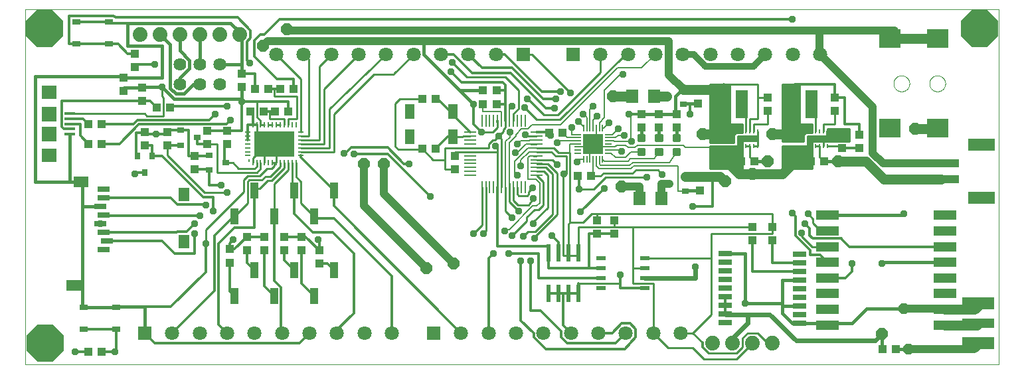
<source format=gtl>
G75*
%MOIN*%
%OFA0B0*%
%FSLAX25Y25*%
%IPPOS*%
%LPD*%
%AMOC8*
5,1,8,0,0,1.08239X$1,22.5*
%
%ADD10C,0.00000*%
%ADD11R,0.10630X0.06299*%
%ADD12R,0.04331X0.03937*%
%ADD13R,0.03937X0.04331*%
%ADD14C,0.01181*%
%ADD15R,0.06299X0.07087*%
%ADD16R,0.02362X0.08661*%
%ADD17C,0.06400*%
%ADD18C,0.07400*%
%ADD19R,0.07087X0.07087*%
%ADD20C,0.07087*%
%ADD21R,0.05512X0.01378*%
%ADD22R,0.07480X0.07087*%
%ADD23R,0.07480X0.07480*%
%ADD24R,0.18110X0.03937*%
%ADD25R,0.13386X0.06299*%
%ADD26R,0.05906X0.14173*%
%ADD27R,0.03543X0.03150*%
%ADD28R,0.03150X0.03543*%
%ADD29R,0.04724X0.02362*%
%ADD30R,0.07480X0.05512*%
%ADD31R,0.05512X0.07087*%
%ADD32R,0.05906X0.02756*%
%ADD33R,0.00984X0.01969*%
%ADD34R,0.09449X0.03307*%
%ADD35R,0.05118X0.07480*%
%ADD36R,0.07087X0.02756*%
%ADD37R,0.00984X0.02756*%
%ADD38R,0.02756X0.00984*%
%ADD39R,0.20472X0.12598*%
%ADD40R,0.00886X0.01673*%
%ADD41R,0.05906X0.01102*%
%ADD42R,0.01102X0.05906*%
%ADD43R,0.11811X0.04724*%
%ADD44R,0.00787X0.03346*%
%ADD45R,0.03346X0.00787*%
%ADD46R,0.10433X0.10433*%
%ADD47R,0.16000X0.06000*%
%ADD48R,0.16000X0.05000*%
%ADD49R,0.11024X0.09449*%
%ADD50R,0.04134X0.02559*%
%ADD51R,0.03937X0.07874*%
%ADD52C,0.01000*%
%ADD53C,0.00800*%
%ADD54OC8,0.03569*%
%ADD55C,0.01200*%
%ADD56OC8,0.05906*%
%ADD57C,0.05000*%
%ADD58C,0.02400*%
%ADD59C,0.04000*%
%ADD60C,0.01600*%
%ADD61OC8,0.05315*%
%ADD62C,0.03200*%
%ADD63OC8,0.18750*%
D10*
X0001119Y0009875D02*
X0001119Y0188103D01*
X0489820Y0188103D01*
X0489820Y0009875D01*
X0001119Y0009875D01*
X0436931Y0150813D02*
X0436933Y0150939D01*
X0436939Y0151065D01*
X0436949Y0151191D01*
X0436963Y0151317D01*
X0436981Y0151442D01*
X0437003Y0151566D01*
X0437028Y0151690D01*
X0437058Y0151813D01*
X0437091Y0151934D01*
X0437129Y0152055D01*
X0437170Y0152174D01*
X0437215Y0152293D01*
X0437263Y0152409D01*
X0437315Y0152524D01*
X0437371Y0152637D01*
X0437431Y0152749D01*
X0437494Y0152858D01*
X0437560Y0152966D01*
X0437629Y0153071D01*
X0437702Y0153174D01*
X0437779Y0153275D01*
X0437858Y0153373D01*
X0437940Y0153469D01*
X0438026Y0153562D01*
X0438114Y0153653D01*
X0438205Y0153740D01*
X0438299Y0153825D01*
X0438395Y0153906D01*
X0438494Y0153985D01*
X0438595Y0154060D01*
X0438699Y0154132D01*
X0438805Y0154201D01*
X0438913Y0154267D01*
X0439023Y0154329D01*
X0439135Y0154387D01*
X0439248Y0154442D01*
X0439364Y0154493D01*
X0439481Y0154541D01*
X0439599Y0154585D01*
X0439719Y0154625D01*
X0439840Y0154661D01*
X0439962Y0154694D01*
X0440085Y0154723D01*
X0440209Y0154747D01*
X0440333Y0154768D01*
X0440458Y0154785D01*
X0440584Y0154798D01*
X0440710Y0154807D01*
X0440836Y0154812D01*
X0440963Y0154813D01*
X0441089Y0154810D01*
X0441215Y0154803D01*
X0441341Y0154792D01*
X0441466Y0154777D01*
X0441591Y0154758D01*
X0441715Y0154735D01*
X0441839Y0154709D01*
X0441961Y0154678D01*
X0442083Y0154644D01*
X0442203Y0154605D01*
X0442322Y0154563D01*
X0442440Y0154518D01*
X0442556Y0154468D01*
X0442671Y0154415D01*
X0442783Y0154358D01*
X0442894Y0154298D01*
X0443003Y0154234D01*
X0443110Y0154167D01*
X0443215Y0154097D01*
X0443318Y0154023D01*
X0443418Y0153946D01*
X0443516Y0153866D01*
X0443611Y0153783D01*
X0443703Y0153697D01*
X0443793Y0153608D01*
X0443880Y0153516D01*
X0443963Y0153422D01*
X0444044Y0153325D01*
X0444122Y0153225D01*
X0444197Y0153123D01*
X0444268Y0153019D01*
X0444336Y0152912D01*
X0444400Y0152804D01*
X0444461Y0152693D01*
X0444519Y0152581D01*
X0444573Y0152467D01*
X0444623Y0152351D01*
X0444670Y0152234D01*
X0444713Y0152115D01*
X0444752Y0151995D01*
X0444788Y0151874D01*
X0444819Y0151751D01*
X0444847Y0151628D01*
X0444871Y0151504D01*
X0444891Y0151379D01*
X0444907Y0151254D01*
X0444919Y0151128D01*
X0444927Y0151002D01*
X0444931Y0150876D01*
X0444931Y0150750D01*
X0444927Y0150624D01*
X0444919Y0150498D01*
X0444907Y0150372D01*
X0444891Y0150247D01*
X0444871Y0150122D01*
X0444847Y0149998D01*
X0444819Y0149875D01*
X0444788Y0149752D01*
X0444752Y0149631D01*
X0444713Y0149511D01*
X0444670Y0149392D01*
X0444623Y0149275D01*
X0444573Y0149159D01*
X0444519Y0149045D01*
X0444461Y0148933D01*
X0444400Y0148822D01*
X0444336Y0148714D01*
X0444268Y0148607D01*
X0444197Y0148503D01*
X0444122Y0148401D01*
X0444044Y0148301D01*
X0443963Y0148204D01*
X0443880Y0148110D01*
X0443793Y0148018D01*
X0443703Y0147929D01*
X0443611Y0147843D01*
X0443516Y0147760D01*
X0443418Y0147680D01*
X0443318Y0147603D01*
X0443215Y0147529D01*
X0443110Y0147459D01*
X0443003Y0147392D01*
X0442894Y0147328D01*
X0442783Y0147268D01*
X0442671Y0147211D01*
X0442556Y0147158D01*
X0442440Y0147108D01*
X0442322Y0147063D01*
X0442203Y0147021D01*
X0442083Y0146982D01*
X0441961Y0146948D01*
X0441839Y0146917D01*
X0441715Y0146891D01*
X0441591Y0146868D01*
X0441466Y0146849D01*
X0441341Y0146834D01*
X0441215Y0146823D01*
X0441089Y0146816D01*
X0440963Y0146813D01*
X0440836Y0146814D01*
X0440710Y0146819D01*
X0440584Y0146828D01*
X0440458Y0146841D01*
X0440333Y0146858D01*
X0440209Y0146879D01*
X0440085Y0146903D01*
X0439962Y0146932D01*
X0439840Y0146965D01*
X0439719Y0147001D01*
X0439599Y0147041D01*
X0439481Y0147085D01*
X0439364Y0147133D01*
X0439248Y0147184D01*
X0439135Y0147239D01*
X0439023Y0147297D01*
X0438913Y0147359D01*
X0438805Y0147425D01*
X0438699Y0147494D01*
X0438595Y0147566D01*
X0438494Y0147641D01*
X0438395Y0147720D01*
X0438299Y0147801D01*
X0438205Y0147886D01*
X0438114Y0147973D01*
X0438026Y0148064D01*
X0437940Y0148157D01*
X0437858Y0148253D01*
X0437779Y0148351D01*
X0437702Y0148452D01*
X0437629Y0148555D01*
X0437560Y0148660D01*
X0437494Y0148768D01*
X0437431Y0148877D01*
X0437371Y0148989D01*
X0437315Y0149102D01*
X0437263Y0149217D01*
X0437215Y0149333D01*
X0437170Y0149452D01*
X0437129Y0149571D01*
X0437091Y0149692D01*
X0437058Y0149813D01*
X0437028Y0149936D01*
X0437003Y0150060D01*
X0436981Y0150184D01*
X0436963Y0150309D01*
X0436949Y0150435D01*
X0436939Y0150561D01*
X0436933Y0150687D01*
X0436931Y0150813D01*
X0454931Y0150813D02*
X0454933Y0150939D01*
X0454939Y0151065D01*
X0454949Y0151191D01*
X0454963Y0151317D01*
X0454981Y0151442D01*
X0455003Y0151566D01*
X0455028Y0151690D01*
X0455058Y0151813D01*
X0455091Y0151934D01*
X0455129Y0152055D01*
X0455170Y0152174D01*
X0455215Y0152293D01*
X0455263Y0152409D01*
X0455315Y0152524D01*
X0455371Y0152637D01*
X0455431Y0152749D01*
X0455494Y0152858D01*
X0455560Y0152966D01*
X0455629Y0153071D01*
X0455702Y0153174D01*
X0455779Y0153275D01*
X0455858Y0153373D01*
X0455940Y0153469D01*
X0456026Y0153562D01*
X0456114Y0153653D01*
X0456205Y0153740D01*
X0456299Y0153825D01*
X0456395Y0153906D01*
X0456494Y0153985D01*
X0456595Y0154060D01*
X0456699Y0154132D01*
X0456805Y0154201D01*
X0456913Y0154267D01*
X0457023Y0154329D01*
X0457135Y0154387D01*
X0457248Y0154442D01*
X0457364Y0154493D01*
X0457481Y0154541D01*
X0457599Y0154585D01*
X0457719Y0154625D01*
X0457840Y0154661D01*
X0457962Y0154694D01*
X0458085Y0154723D01*
X0458209Y0154747D01*
X0458333Y0154768D01*
X0458458Y0154785D01*
X0458584Y0154798D01*
X0458710Y0154807D01*
X0458836Y0154812D01*
X0458963Y0154813D01*
X0459089Y0154810D01*
X0459215Y0154803D01*
X0459341Y0154792D01*
X0459466Y0154777D01*
X0459591Y0154758D01*
X0459715Y0154735D01*
X0459839Y0154709D01*
X0459961Y0154678D01*
X0460083Y0154644D01*
X0460203Y0154605D01*
X0460322Y0154563D01*
X0460440Y0154518D01*
X0460556Y0154468D01*
X0460671Y0154415D01*
X0460783Y0154358D01*
X0460894Y0154298D01*
X0461003Y0154234D01*
X0461110Y0154167D01*
X0461215Y0154097D01*
X0461318Y0154023D01*
X0461418Y0153946D01*
X0461516Y0153866D01*
X0461611Y0153783D01*
X0461703Y0153697D01*
X0461793Y0153608D01*
X0461880Y0153516D01*
X0461963Y0153422D01*
X0462044Y0153325D01*
X0462122Y0153225D01*
X0462197Y0153123D01*
X0462268Y0153019D01*
X0462336Y0152912D01*
X0462400Y0152804D01*
X0462461Y0152693D01*
X0462519Y0152581D01*
X0462573Y0152467D01*
X0462623Y0152351D01*
X0462670Y0152234D01*
X0462713Y0152115D01*
X0462752Y0151995D01*
X0462788Y0151874D01*
X0462819Y0151751D01*
X0462847Y0151628D01*
X0462871Y0151504D01*
X0462891Y0151379D01*
X0462907Y0151254D01*
X0462919Y0151128D01*
X0462927Y0151002D01*
X0462931Y0150876D01*
X0462931Y0150750D01*
X0462927Y0150624D01*
X0462919Y0150498D01*
X0462907Y0150372D01*
X0462891Y0150247D01*
X0462871Y0150122D01*
X0462847Y0149998D01*
X0462819Y0149875D01*
X0462788Y0149752D01*
X0462752Y0149631D01*
X0462713Y0149511D01*
X0462670Y0149392D01*
X0462623Y0149275D01*
X0462573Y0149159D01*
X0462519Y0149045D01*
X0462461Y0148933D01*
X0462400Y0148822D01*
X0462336Y0148714D01*
X0462268Y0148607D01*
X0462197Y0148503D01*
X0462122Y0148401D01*
X0462044Y0148301D01*
X0461963Y0148204D01*
X0461880Y0148110D01*
X0461793Y0148018D01*
X0461703Y0147929D01*
X0461611Y0147843D01*
X0461516Y0147760D01*
X0461418Y0147680D01*
X0461318Y0147603D01*
X0461215Y0147529D01*
X0461110Y0147459D01*
X0461003Y0147392D01*
X0460894Y0147328D01*
X0460783Y0147268D01*
X0460671Y0147211D01*
X0460556Y0147158D01*
X0460440Y0147108D01*
X0460322Y0147063D01*
X0460203Y0147021D01*
X0460083Y0146982D01*
X0459961Y0146948D01*
X0459839Y0146917D01*
X0459715Y0146891D01*
X0459591Y0146868D01*
X0459466Y0146849D01*
X0459341Y0146834D01*
X0459215Y0146823D01*
X0459089Y0146816D01*
X0458963Y0146813D01*
X0458836Y0146814D01*
X0458710Y0146819D01*
X0458584Y0146828D01*
X0458458Y0146841D01*
X0458333Y0146858D01*
X0458209Y0146879D01*
X0458085Y0146903D01*
X0457962Y0146932D01*
X0457840Y0146965D01*
X0457719Y0147001D01*
X0457599Y0147041D01*
X0457481Y0147085D01*
X0457364Y0147133D01*
X0457248Y0147184D01*
X0457135Y0147239D01*
X0457023Y0147297D01*
X0456913Y0147359D01*
X0456805Y0147425D01*
X0456699Y0147494D01*
X0456595Y0147566D01*
X0456494Y0147641D01*
X0456395Y0147720D01*
X0456299Y0147801D01*
X0456205Y0147886D01*
X0456114Y0147973D01*
X0456026Y0148064D01*
X0455940Y0148157D01*
X0455858Y0148253D01*
X0455779Y0148351D01*
X0455702Y0148452D01*
X0455629Y0148555D01*
X0455560Y0148660D01*
X0455494Y0148768D01*
X0455431Y0148877D01*
X0455371Y0148989D01*
X0455315Y0149102D01*
X0455263Y0149217D01*
X0455215Y0149333D01*
X0455170Y0149452D01*
X0455129Y0149571D01*
X0455091Y0149692D01*
X0455058Y0149813D01*
X0455028Y0149936D01*
X0455003Y0150060D01*
X0454981Y0150184D01*
X0454963Y0150309D01*
X0454949Y0150435D01*
X0454939Y0150561D01*
X0454933Y0150687D01*
X0454931Y0150813D01*
D11*
X0386119Y0124762D03*
X0386119Y0113738D03*
X0351119Y0113738D03*
X0351119Y0124762D03*
D12*
X0327994Y0128716D03*
X0319244Y0128716D03*
X0310494Y0128716D03*
X0310494Y0135409D03*
X0319244Y0135409D03*
X0327994Y0135409D03*
X0338619Y0140904D03*
X0338619Y0147596D03*
X0373619Y0143846D03*
X0373619Y0137154D03*
X0407369Y0137154D03*
X0407369Y0143846D03*
X0411119Y0125096D03*
X0419869Y0125096D03*
X0419869Y0118404D03*
X0411119Y0118404D03*
X0401965Y0111750D03*
X0395272Y0111750D03*
X0366965Y0111750D03*
X0360272Y0111750D03*
X0339869Y0103846D03*
X0339869Y0097154D03*
X0296744Y0081971D03*
X0287994Y0081971D03*
X0287994Y0075279D03*
X0296744Y0075279D03*
X0366119Y0072154D03*
X0376119Y0072154D03*
X0376119Y0078846D03*
X0366119Y0078846D03*
X0206965Y0118000D03*
X0200272Y0118000D03*
X0230897Y0140500D03*
X0237590Y0140500D03*
X0237590Y0147375D03*
X0230897Y0147375D03*
X0206965Y0143000D03*
X0200272Y0143000D03*
X0102369Y0126971D03*
X0092369Y0126971D03*
X0092369Y0120279D03*
X0102369Y0120279D03*
X0086119Y0114471D03*
X0072369Y0119654D03*
X0061119Y0119654D03*
X0061119Y0126346D03*
X0072369Y0126346D03*
X0059869Y0142154D03*
X0059869Y0148846D03*
X0056119Y0159029D03*
X0056119Y0165721D03*
X0086119Y0107779D03*
X0431522Y0017375D03*
X0438215Y0017375D03*
D13*
X0285090Y0104250D03*
X0278397Y0104250D03*
X0270715Y0126125D03*
X0264022Y0126125D03*
X0216744Y0114471D03*
X0216744Y0107779D03*
X0133215Y0136750D03*
X0126522Y0136750D03*
X0120715Y0136750D03*
X0114022Y0136750D03*
X0116522Y0148000D03*
X0123215Y0148000D03*
X0129022Y0148000D03*
X0135715Y0148000D03*
X0109869Y0149029D03*
X0109869Y0155721D03*
X0073840Y0138625D03*
X0067147Y0138625D03*
X0050494Y0147154D03*
X0050494Y0153846D03*
X0039465Y0130500D03*
X0032772Y0130500D03*
X0032772Y0120500D03*
X0039465Y0120500D03*
X0112369Y0073846D03*
X0121119Y0073846D03*
X0131119Y0073846D03*
X0139869Y0073846D03*
X0139869Y0067154D03*
X0131119Y0067154D03*
X0121119Y0067154D03*
X0112369Y0067154D03*
X0103619Y0067596D03*
X0103619Y0060904D03*
X0148619Y0060279D03*
X0148619Y0066971D03*
X0039465Y0016125D03*
X0032772Y0016125D03*
D14*
X0309116Y0117800D02*
X0311872Y0117800D01*
X0311872Y0115044D01*
X0309116Y0115044D01*
X0309116Y0117800D01*
X0309116Y0116224D02*
X0311872Y0116224D01*
X0311872Y0117404D02*
X0309116Y0117404D01*
X0317866Y0117800D02*
X0320622Y0117800D01*
X0320622Y0115044D01*
X0317866Y0115044D01*
X0317866Y0117800D01*
X0317866Y0116224D02*
X0320622Y0116224D01*
X0320622Y0117404D02*
X0317866Y0117404D01*
X0326616Y0117800D02*
X0329372Y0117800D01*
X0329372Y0115044D01*
X0326616Y0115044D01*
X0326616Y0117800D01*
X0326616Y0116224D02*
X0329372Y0116224D01*
X0329372Y0117404D02*
X0326616Y0117404D01*
X0326616Y0124706D02*
X0329372Y0124706D01*
X0329372Y0121950D01*
X0326616Y0121950D01*
X0326616Y0124706D01*
X0326616Y0123130D02*
X0329372Y0123130D01*
X0329372Y0124310D02*
X0326616Y0124310D01*
X0320622Y0124706D02*
X0317866Y0124706D01*
X0320622Y0124706D02*
X0320622Y0121950D01*
X0317866Y0121950D01*
X0317866Y0124706D01*
X0317866Y0123130D02*
X0320622Y0123130D01*
X0320622Y0124310D02*
X0317866Y0124310D01*
X0311872Y0124706D02*
X0309116Y0124706D01*
X0311872Y0124706D02*
X0311872Y0121950D01*
X0309116Y0121950D01*
X0309116Y0124706D01*
X0309116Y0123130D02*
X0311872Y0123130D01*
X0311872Y0124310D02*
X0309116Y0124310D01*
D15*
X0305607Y0144250D03*
X0316631Y0144250D03*
X0320381Y0093000D03*
X0309357Y0093000D03*
D16*
X0278619Y0065736D03*
X0273619Y0065736D03*
X0268619Y0065736D03*
X0263619Y0065736D03*
X0263619Y0045264D03*
X0268619Y0045264D03*
X0273619Y0045264D03*
X0278619Y0045264D03*
D17*
X0098619Y0150500D03*
X0088619Y0150500D03*
X0078619Y0150500D03*
X0078619Y0160500D03*
X0088619Y0160500D03*
X0098619Y0160500D03*
D18*
X0098619Y0175500D03*
X0108619Y0175500D03*
X0088619Y0175500D03*
X0078619Y0175500D03*
X0068619Y0175500D03*
X0058619Y0175500D03*
X0346119Y0020500D03*
X0356119Y0020500D03*
X0366119Y0020500D03*
X0376119Y0020500D03*
D19*
X0206119Y0025500D03*
X0061119Y0025500D03*
X0251119Y0165500D03*
X0276119Y0165500D03*
D20*
X0289898Y0165500D03*
X0303678Y0165500D03*
X0317457Y0165500D03*
X0331237Y0165500D03*
X0345016Y0165500D03*
X0358796Y0165500D03*
X0372575Y0165500D03*
X0386355Y0165500D03*
X0400134Y0165500D03*
X0237339Y0165500D03*
X0223560Y0165500D03*
X0209780Y0165500D03*
X0196001Y0165500D03*
X0182221Y0165500D03*
X0168442Y0165500D03*
X0154662Y0165500D03*
X0140883Y0165500D03*
X0127103Y0165500D03*
X0130016Y0025500D03*
X0116237Y0025500D03*
X0102457Y0025500D03*
X0088678Y0025500D03*
X0074898Y0025500D03*
X0143796Y0025500D03*
X0157575Y0025500D03*
X0171355Y0025500D03*
X0185134Y0025500D03*
X0219898Y0025500D03*
X0233678Y0025500D03*
X0247457Y0025500D03*
X0261237Y0025500D03*
X0275016Y0025500D03*
X0288796Y0025500D03*
X0302575Y0025500D03*
X0316355Y0025500D03*
X0330134Y0025500D03*
D21*
X0023427Y0125382D03*
X0023427Y0127941D03*
X0023427Y0130500D03*
X0023427Y0133059D03*
X0023427Y0135618D03*
D22*
X0012994Y0146248D03*
X0012994Y0114752D03*
D23*
X0012994Y0125500D03*
X0012994Y0135500D03*
D24*
X0460614Y0110687D03*
X0460614Y0102813D03*
D25*
X0481087Y0093364D03*
X0481087Y0120136D03*
D26*
X0395646Y0140500D03*
X0386591Y0140500D03*
X0360646Y0140500D03*
X0351591Y0140500D03*
D27*
X0331306Y0140510D03*
X0323038Y0144250D03*
X0331306Y0147990D03*
X0332556Y0104240D03*
X0324288Y0100500D03*
X0332556Y0096760D03*
X0101699Y0111125D03*
X0093432Y0107385D03*
X0093432Y0114865D03*
X0079057Y0119885D03*
X0087324Y0123625D03*
X0079057Y0127365D03*
D28*
X0064859Y0114437D03*
X0057379Y0114437D03*
X0061119Y0106169D03*
D29*
X0290095Y0063000D03*
X0290095Y0058000D03*
X0290095Y0053000D03*
X0290095Y0048000D03*
X0312142Y0048000D03*
X0312142Y0053000D03*
X0312142Y0058000D03*
X0312142Y0063000D03*
D30*
X0029062Y0101425D03*
X0025518Y0049457D03*
D31*
X0080636Y0071504D03*
X0080636Y0095126D03*
D32*
X0040479Y0093551D03*
X0040479Y0097882D03*
X0038904Y0089220D03*
X0040479Y0084890D03*
X0038904Y0080559D03*
X0040479Y0076228D03*
X0042054Y0071898D03*
X0040479Y0067567D03*
D33*
X0360932Y0119260D03*
X0362900Y0119260D03*
X0364869Y0119260D03*
X0366837Y0119260D03*
X0368806Y0119260D03*
X0368806Y0126740D03*
X0366837Y0126740D03*
X0364869Y0126740D03*
X0362900Y0126740D03*
X0360932Y0126740D03*
X0395932Y0126740D03*
X0397900Y0126740D03*
X0399869Y0126740D03*
X0401837Y0126740D03*
X0403806Y0126740D03*
X0403806Y0119260D03*
X0401837Y0119260D03*
X0399869Y0119260D03*
X0397900Y0119260D03*
X0395932Y0119260D03*
D34*
X0399869Y0123000D03*
X0364869Y0123000D03*
D35*
X0215696Y0124201D03*
X0194042Y0124201D03*
X0194042Y0136799D03*
X0215696Y0136799D03*
D36*
X0352418Y0065500D03*
X0352418Y0061169D03*
X0352418Y0056839D03*
X0352418Y0052508D03*
X0352418Y0048177D03*
X0352418Y0043846D03*
X0352418Y0039516D03*
X0352418Y0035185D03*
X0352418Y0030854D03*
X0389820Y0030500D03*
X0389820Y0034831D03*
X0389820Y0039161D03*
X0389820Y0043492D03*
X0389820Y0047823D03*
X0389820Y0052154D03*
X0389820Y0056484D03*
X0389820Y0060815D03*
X0389820Y0065146D03*
D37*
X0136946Y0111051D03*
X0134977Y0111051D03*
X0133009Y0111051D03*
X0131040Y0111051D03*
X0129071Y0111051D03*
X0127103Y0111051D03*
X0125134Y0111051D03*
X0123166Y0111051D03*
X0121197Y0111051D03*
X0119229Y0111051D03*
X0117260Y0111051D03*
X0115292Y0111051D03*
X0115292Y0129949D03*
X0117260Y0129949D03*
X0119229Y0129949D03*
X0121197Y0129949D03*
X0123166Y0129949D03*
X0125134Y0129949D03*
X0127103Y0129949D03*
X0129071Y0129949D03*
X0131040Y0129949D03*
X0133009Y0129949D03*
X0134977Y0129949D03*
X0136946Y0129949D03*
D38*
X0139505Y0126406D03*
X0139505Y0124437D03*
X0139505Y0122469D03*
X0139505Y0120500D03*
X0139505Y0118531D03*
X0139505Y0116563D03*
X0139505Y0114594D03*
X0112733Y0114594D03*
X0112733Y0116563D03*
X0112733Y0118531D03*
X0112733Y0120500D03*
X0112733Y0122469D03*
X0112733Y0124437D03*
X0112733Y0126406D03*
D39*
X0126119Y0120500D03*
D40*
X0113274Y0111986D03*
D41*
X0224386Y0112547D03*
X0224386Y0110579D03*
X0224386Y0108610D03*
X0224386Y0106642D03*
X0224386Y0104673D03*
X0224386Y0114516D03*
X0224386Y0116484D03*
X0224386Y0118453D03*
X0224386Y0120421D03*
X0224386Y0122390D03*
X0224386Y0124358D03*
X0224386Y0126327D03*
X0257851Y0126327D03*
X0257851Y0124358D03*
X0257851Y0122390D03*
X0257851Y0120421D03*
X0257851Y0118453D03*
X0257851Y0116484D03*
X0257851Y0114516D03*
X0257851Y0112547D03*
X0257851Y0110579D03*
X0257851Y0108610D03*
X0257851Y0106642D03*
X0257851Y0104673D03*
D42*
X0251946Y0098768D03*
X0249977Y0098768D03*
X0248009Y0098768D03*
X0246040Y0098768D03*
X0244071Y0098768D03*
X0242103Y0098768D03*
X0240134Y0098768D03*
X0238166Y0098768D03*
X0236197Y0098768D03*
X0234229Y0098768D03*
X0232260Y0098768D03*
X0230292Y0098768D03*
X0230292Y0132232D03*
X0232260Y0132232D03*
X0234229Y0132232D03*
X0236197Y0132232D03*
X0238166Y0132232D03*
X0240134Y0132232D03*
X0242103Y0132232D03*
X0244071Y0132232D03*
X0246040Y0132232D03*
X0248009Y0132232D03*
X0249977Y0132232D03*
X0251946Y0132232D03*
D43*
X0403779Y0084622D03*
X0403779Y0076748D03*
X0403779Y0068874D03*
X0403779Y0061000D03*
X0403779Y0053125D03*
X0403779Y0045251D03*
X0403779Y0037377D03*
X0403779Y0029503D03*
X0462834Y0029503D03*
X0462834Y0037377D03*
X0462834Y0045251D03*
X0462834Y0053125D03*
X0462834Y0061000D03*
X0462834Y0068874D03*
X0462834Y0076748D03*
X0462834Y0084622D03*
D44*
X0290843Y0112724D03*
X0289268Y0112724D03*
X0287694Y0112724D03*
X0286119Y0112724D03*
X0284544Y0112724D03*
X0282969Y0112724D03*
X0281394Y0112724D03*
X0281394Y0128276D03*
X0282969Y0128276D03*
X0284544Y0128276D03*
X0286119Y0128276D03*
X0287694Y0128276D03*
X0289268Y0128276D03*
X0290843Y0128276D03*
D45*
X0293894Y0125224D03*
X0293894Y0123650D03*
X0293894Y0122075D03*
X0293894Y0120500D03*
X0293894Y0118925D03*
X0293894Y0117350D03*
X0293894Y0115776D03*
X0278343Y0115776D03*
X0278343Y0117350D03*
X0278343Y0118925D03*
X0278343Y0120500D03*
X0278343Y0122075D03*
X0278343Y0123650D03*
X0278343Y0125224D03*
D46*
X0286119Y0120500D03*
D47*
X0479369Y0040500D03*
X0479369Y0020500D03*
D48*
X0479369Y0030500D03*
D49*
X0458931Y0128372D03*
X0434915Y0128372D03*
X0434915Y0173253D03*
X0458931Y0173253D03*
D50*
X0043038Y0170613D03*
X0026699Y0170613D03*
X0026699Y0181637D03*
X0043038Y0181637D03*
X0046788Y0038512D03*
X0030449Y0038512D03*
X0030449Y0027488D03*
X0046788Y0027488D03*
D51*
X0106119Y0044004D03*
X0126119Y0044004D03*
X0146119Y0044004D03*
X0156119Y0056996D03*
X0136119Y0056996D03*
X0116119Y0056996D03*
X0126119Y0084004D03*
X0146119Y0084004D03*
X0156119Y0096996D03*
X0136119Y0096996D03*
X0116119Y0096996D03*
X0106119Y0084004D03*
D52*
X0112750Y0090635D01*
X0112750Y0101513D01*
X0113570Y0102333D01*
X0119869Y0102333D01*
X0121661Y0104125D01*
X0124027Y0104125D01*
X0128995Y0109093D01*
X0128995Y0110975D01*
X0129071Y0111051D01*
X0127103Y0111051D02*
X0127103Y0119516D01*
X0122488Y0120500D02*
X0115292Y0113304D01*
X0115292Y0111051D01*
X0117260Y0111051D02*
X0117260Y0109142D01*
X0116119Y0108000D01*
X0107994Y0108000D01*
X0105494Y0111125D01*
X0101699Y0111125D01*
X0097369Y0106125D02*
X0117369Y0106125D01*
X0119244Y0108000D01*
X0119244Y0111036D01*
X0119229Y0111051D01*
X0121197Y0111051D02*
X0121197Y0115421D01*
X0117260Y0120500D02*
X0117260Y0129949D01*
X0119229Y0129949D02*
X0121197Y0129949D01*
X0119229Y0129949D02*
X0119229Y0132077D01*
X0117369Y0133938D01*
X0117369Y0141750D01*
X0123619Y0136750D02*
X0123619Y0133000D01*
X0131040Y0133000D01*
X0131040Y0129949D01*
X0132994Y0129949D02*
X0133009Y0129949D01*
X0132994Y0129949D02*
X0132994Y0133000D01*
X0137369Y0133000D01*
X0137369Y0144250D01*
X0126119Y0144250D01*
X0126119Y0148000D01*
X0139505Y0153098D02*
X0127103Y0165500D01*
X0140883Y0165500D02*
X0143383Y0163000D01*
X0143383Y0124437D01*
X0139505Y0124437D01*
X0139505Y0122469D02*
X0148619Y0122469D01*
X0148619Y0159457D01*
X0154662Y0165500D01*
X0168442Y0165500D02*
X0151119Y0148177D01*
X0151119Y0120500D01*
X0139505Y0120500D01*
X0139505Y0118531D02*
X0153619Y0118531D01*
X0153619Y0138000D01*
X0182221Y0165500D01*
X0186119Y0155618D02*
X0196001Y0165500D01*
X0215258Y0161530D02*
X0222850Y0153938D01*
X0242056Y0153938D01*
X0248619Y0147375D01*
X0248619Y0138000D01*
X0246023Y0135716D01*
X0246023Y0132250D01*
X0246040Y0132232D01*
X0242103Y0132232D02*
X0242103Y0128653D01*
X0241165Y0127715D01*
X0241165Y0126797D01*
X0238619Y0124250D01*
X0240134Y0122734D01*
X0240134Y0098768D01*
X0242071Y0098736D02*
X0242071Y0086703D01*
X0245462Y0083313D01*
X0248728Y0086625D02*
X0244071Y0091281D01*
X0244071Y0098768D01*
X0244071Y0100754D01*
X0244086Y0100768D01*
X0246040Y0098768D02*
X0246057Y0098750D01*
X0246057Y0095235D01*
X0246119Y0092049D01*
X0248292Y0089875D01*
X0253619Y0089875D01*
X0256119Y0093000D01*
X0253797Y0095276D02*
X0253035Y0094515D01*
X0248887Y0094515D01*
X0248126Y0095276D01*
X0248126Y0098650D01*
X0248009Y0098768D01*
X0242103Y0098767D02*
X0242093Y0098765D01*
X0242085Y0098761D01*
X0242078Y0098754D01*
X0242074Y0098746D01*
X0242072Y0098736D01*
X0238166Y0098768D02*
X0238166Y0116484D01*
X0224386Y0116484D01*
X0216744Y0116484D01*
X0216744Y0114471D01*
X0211744Y0112375D02*
X0211744Y0107779D01*
X0216744Y0107779D01*
X0211744Y0112375D02*
X0205897Y0112375D01*
X0200272Y0118000D01*
X0200662Y0117611D02*
X0188320Y0117611D01*
X0186758Y0119173D01*
X0186758Y0140577D01*
X0189181Y0143000D01*
X0200272Y0143000D01*
X0208215Y0142980D02*
X0215696Y0135500D01*
X0215696Y0135018D02*
X0224386Y0126327D01*
X0224386Y0124358D02*
X0224369Y0124341D01*
X0220854Y0124341D01*
X0220714Y0124201D01*
X0215696Y0124201D01*
X0230041Y0126437D02*
X0235745Y0126437D01*
X0238049Y0128741D01*
X0238049Y0132115D01*
X0238166Y0132232D01*
X0252056Y0125187D02*
X0253198Y0124358D01*
X0257851Y0124358D01*
X0257851Y0120421D02*
X0254790Y0120421D01*
X0254711Y0120500D01*
X0257851Y0118453D02*
X0266291Y0118453D01*
X0268619Y0116125D01*
X0274556Y0116125D01*
X0274556Y0081125D01*
X0273619Y0080188D01*
X0273619Y0065736D01*
X0271119Y0064250D02*
X0271119Y0105247D01*
X0271372Y0105500D01*
X0272681Y0105500D01*
X0272681Y0114250D01*
X0267369Y0114250D01*
X0265134Y0116484D01*
X0257851Y0116484D01*
X0257851Y0114516D02*
X0256136Y0114516D01*
X0256119Y0114498D01*
X0257008Y0114498D01*
X0257851Y0112547D02*
X0265634Y0112547D01*
X0267994Y0110187D01*
X0268181Y0105625D02*
X0263306Y0110500D01*
X0257930Y0110500D01*
X0257851Y0110579D01*
X0257851Y0108610D02*
X0257868Y0108593D01*
X0262321Y0108593D01*
X0265641Y0105273D01*
X0265641Y0085223D01*
X0256984Y0076566D01*
X0253553Y0076566D01*
X0251119Y0074131D01*
X0245494Y0074250D02*
X0252890Y0081646D01*
X0252890Y0083729D01*
X0256611Y0087450D01*
X0258739Y0087450D01*
X0261164Y0089875D01*
X0261119Y0089875D01*
X0261119Y0101406D01*
X0257851Y0104673D01*
X0257851Y0106642D02*
X0261444Y0106642D01*
X0263454Y0104632D01*
X0263454Y0088444D01*
X0256119Y0081422D01*
X0256119Y0080500D01*
X0256744Y0073625D02*
X0268181Y0085063D01*
X0268181Y0105625D01*
X0255761Y0098437D02*
X0253797Y0096473D01*
X0253797Y0095276D01*
X0232260Y0098768D02*
X0232260Y0076642D01*
X0231119Y0075500D01*
X0230292Y0079673D02*
X0226119Y0075500D01*
X0230292Y0079673D02*
X0230292Y0098768D01*
X0211744Y0112375D02*
X0211744Y0118453D01*
X0224386Y0118453D01*
X0233619Y0118453D01*
X0233832Y0118666D01*
X0233832Y0120528D01*
X0235638Y0122334D01*
X0236703Y0122334D01*
X0238619Y0124250D01*
X0236916Y0119250D02*
X0238166Y0118000D01*
X0238166Y0116484D01*
X0233832Y0120528D02*
X0233804Y0120500D01*
X0224404Y0116502D02*
X0224386Y0116484D01*
X0251744Y0138625D02*
X0257716Y0132653D01*
X0269581Y0132653D01*
X0302428Y0165500D01*
X0303678Y0165500D01*
X0289898Y0165500D02*
X0289898Y0156424D01*
X0268484Y0135010D01*
X0261375Y0135010D01*
X0253048Y0143337D01*
X0253206Y0143025D01*
X0274869Y0146125D02*
X0255494Y0165500D01*
X0251119Y0165500D01*
X0186119Y0155618D02*
X0186119Y0155500D01*
X0176119Y0155500D01*
X0156119Y0135500D01*
X0156119Y0116563D01*
X0139505Y0116563D01*
X0137071Y0111051D02*
X0137071Y0110500D01*
X0137071Y0103929D01*
X0139487Y0101513D01*
X0139487Y0090635D01*
X0146119Y0084004D01*
X0126119Y0084004D02*
X0126119Y0100560D01*
X0133071Y0107513D01*
X0133071Y0110128D01*
X0133009Y0110191D01*
X0133009Y0111051D01*
X0131071Y0111020D02*
X0131071Y0108341D01*
X0124855Y0102125D01*
X0122744Y0102125D01*
X0118619Y0098000D01*
X0117123Y0098000D01*
X0116119Y0096996D01*
X0110750Y0096521D02*
X0091619Y0077389D01*
X0091619Y0070500D01*
X0091042Y0096125D02*
X0072369Y0114798D01*
X0072369Y0119654D01*
X0092369Y0120279D02*
X0097369Y0120279D01*
X0097369Y0106125D01*
X0110750Y0102341D02*
X0112659Y0104250D01*
X0118619Y0104250D01*
X0122369Y0108000D01*
X0124869Y0108000D01*
X0126119Y0109250D01*
X0126119Y0111051D01*
X0127103Y0111051D01*
X0126119Y0111051D02*
X0125134Y0111051D01*
X0131040Y0111051D02*
X0131071Y0111020D01*
X0134977Y0111051D02*
X0134977Y0098138D01*
X0110750Y0096521D02*
X0110750Y0102341D01*
X0102369Y0096125D02*
X0091042Y0096125D01*
X0139505Y0126406D02*
X0139505Y0153098D01*
X0129071Y0129949D02*
X0127103Y0129949D01*
X0125134Y0129949D02*
X0123166Y0129949D01*
X0070494Y0134563D02*
X0070494Y0143625D01*
X0069869Y0144250D01*
X0069869Y0148938D01*
X0070494Y0134563D02*
X0062056Y0134563D01*
X0061001Y0135618D01*
X0023427Y0135618D01*
X0271119Y0064250D02*
X0278619Y0064250D01*
X0278619Y0065736D01*
X0278619Y0078846D01*
X0296744Y0078846D01*
X0296744Y0081971D01*
X0296744Y0078846D02*
X0306119Y0078846D01*
X0306119Y0058000D01*
X0306119Y0050500D01*
X0316355Y0050500D01*
X0316355Y0025500D01*
X0323855Y0018000D01*
X0336119Y0018000D01*
X0341744Y0012375D01*
X0357994Y0012375D01*
X0366119Y0020500D01*
X0361119Y0018288D02*
X0361119Y0023000D01*
X0363619Y0025500D01*
X0368619Y0025500D01*
X0373619Y0020500D01*
X0361119Y0018288D02*
X0358231Y0015400D01*
X0344006Y0015400D01*
X0341019Y0018388D01*
X0341019Y0020600D02*
X0336119Y0025500D01*
X0345494Y0034875D01*
X0345494Y0063000D01*
X0312142Y0063000D01*
X0312142Y0058000D02*
X0306119Y0058000D01*
X0299869Y0050500D02*
X0278619Y0050500D01*
X0345494Y0063000D02*
X0345494Y0075500D01*
X0376097Y0075500D01*
X0376105Y0075502D01*
X0376113Y0075506D01*
X0376117Y0075514D01*
X0376119Y0075522D01*
X0376119Y0078846D01*
X0376119Y0085500D01*
X0287994Y0085500D01*
X0285494Y0085500D01*
X0281119Y0081125D01*
X0274556Y0081125D01*
X0287994Y0081971D02*
X0287994Y0085500D01*
X0306119Y0078846D02*
X0366119Y0078846D01*
X0390806Y0075813D02*
X0390806Y0074000D01*
X0395933Y0068874D01*
X0403779Y0068874D01*
X0401546Y0075810D02*
X0403779Y0076748D01*
X0401546Y0075810D02*
X0396573Y0080783D01*
X0396573Y0082890D01*
X0393963Y0085500D01*
X0396119Y0108000D02*
X0381119Y0108000D01*
X0381119Y0119250D01*
X0393619Y0119250D01*
X0393619Y0124250D01*
X0403619Y0124250D01*
X0403619Y0125207D01*
X0403629Y0125217D01*
X0403629Y0125987D01*
X0403637Y0125995D01*
X0403637Y0128000D01*
X0414869Y0128000D01*
X0414869Y0121750D01*
X0396119Y0121750D01*
X0396119Y0120793D01*
X0396108Y0120783D01*
X0396108Y0120013D01*
X0396100Y0120005D01*
X0396100Y0118514D01*
X0396108Y0118506D01*
X0396108Y0117737D01*
X0396119Y0117726D01*
X0396119Y0108000D01*
X0396119Y0108354D02*
X0381119Y0108354D01*
X0381119Y0109353D02*
X0396119Y0109353D01*
X0396119Y0110351D02*
X0381119Y0110351D01*
X0381119Y0111350D02*
X0396119Y0111350D01*
X0396119Y0112348D02*
X0381119Y0112348D01*
X0381119Y0113347D02*
X0396119Y0113347D01*
X0396119Y0114345D02*
X0381119Y0114345D01*
X0381119Y0115344D02*
X0396119Y0115344D01*
X0396119Y0116342D02*
X0381119Y0116342D01*
X0381119Y0117341D02*
X0396119Y0117341D01*
X0396108Y0118339D02*
X0381119Y0118339D01*
X0381119Y0121750D02*
X0391819Y0121750D01*
X0391819Y0124996D01*
X0392873Y0126050D01*
X0396100Y0126050D01*
X0396100Y0130500D01*
X0389869Y0130500D01*
X0389869Y0150500D01*
X0381119Y0150500D01*
X0381119Y0121750D01*
X0381119Y0122333D02*
X0391819Y0122333D01*
X0391819Y0123332D02*
X0381119Y0123332D01*
X0381119Y0124330D02*
X0391819Y0124330D01*
X0392152Y0125329D02*
X0381119Y0125329D01*
X0381119Y0126327D02*
X0396100Y0126327D01*
X0396100Y0127326D02*
X0381119Y0127326D01*
X0381119Y0128324D02*
X0396100Y0128324D01*
X0396100Y0129323D02*
X0381119Y0129323D01*
X0381119Y0130321D02*
X0396100Y0130321D01*
X0397900Y0126740D02*
X0397900Y0138246D01*
X0389869Y0138309D02*
X0381119Y0138309D01*
X0381119Y0137311D02*
X0389869Y0137311D01*
X0389869Y0136312D02*
X0381119Y0136312D01*
X0381119Y0135314D02*
X0389869Y0135314D01*
X0389869Y0134315D02*
X0381119Y0134315D01*
X0381119Y0133317D02*
X0389869Y0133317D01*
X0389869Y0132318D02*
X0381119Y0132318D01*
X0381119Y0131320D02*
X0389869Y0131320D01*
X0401837Y0130500D02*
X0401837Y0126740D01*
X0403637Y0126327D02*
X0414869Y0126327D01*
X0414869Y0125329D02*
X0403629Y0125329D01*
X0403619Y0124330D02*
X0414869Y0124330D01*
X0414869Y0123332D02*
X0393619Y0123332D01*
X0393619Y0122333D02*
X0414869Y0122333D01*
X0410262Y0119260D02*
X0406119Y0119260D01*
X0403837Y0119260D01*
X0403806Y0119260D01*
X0401837Y0119260D02*
X0401837Y0123000D01*
X0396119Y0121335D02*
X0393619Y0121335D01*
X0393619Y0120336D02*
X0396108Y0120336D01*
X0396100Y0119338D02*
X0393619Y0119338D01*
X0397900Y0119260D02*
X0399837Y0119260D01*
X0399837Y0113878D01*
X0401965Y0111750D01*
X0368806Y0119260D02*
X0368806Y0123000D01*
X0368806Y0126740D01*
X0366837Y0126740D02*
X0366837Y0130500D01*
X0373619Y0130500D01*
X0373619Y0137154D01*
X0381119Y0139308D02*
X0389869Y0139308D01*
X0389869Y0140306D02*
X0381119Y0140306D01*
X0381119Y0141305D02*
X0389869Y0141305D01*
X0389869Y0142303D02*
X0381119Y0142303D01*
X0381119Y0143302D02*
X0389869Y0143302D01*
X0389869Y0144301D02*
X0381119Y0144301D01*
X0381119Y0145299D02*
X0389869Y0145299D01*
X0389869Y0146298D02*
X0381119Y0146298D01*
X0381119Y0147296D02*
X0389869Y0147296D01*
X0389869Y0148295D02*
X0381119Y0148295D01*
X0381119Y0149293D02*
X0389869Y0149293D01*
X0389869Y0150292D02*
X0381119Y0150292D01*
X0368619Y0150500D02*
X0368619Y0143846D01*
X0373619Y0143846D01*
X0368619Y0143846D02*
X0368619Y0133000D01*
X0364869Y0133000D01*
X0364869Y0126740D01*
X0362900Y0126740D02*
X0362900Y0139640D01*
X0354869Y0139308D02*
X0344869Y0139308D01*
X0344869Y0140306D02*
X0354869Y0140306D01*
X0354869Y0141305D02*
X0344869Y0141305D01*
X0344869Y0142303D02*
X0354869Y0142303D01*
X0354869Y0143302D02*
X0344869Y0143302D01*
X0344869Y0144301D02*
X0354869Y0144301D01*
X0354869Y0145299D02*
X0344869Y0145299D01*
X0344869Y0146298D02*
X0354869Y0146298D01*
X0354869Y0147296D02*
X0344869Y0147296D01*
X0344869Y0148295D02*
X0354869Y0148295D01*
X0354869Y0149293D02*
X0344869Y0149293D01*
X0344869Y0150292D02*
X0354869Y0150292D01*
X0354869Y0150500D02*
X0354869Y0130500D01*
X0361100Y0130500D01*
X0361100Y0126050D01*
X0357873Y0126050D01*
X0356819Y0124996D01*
X0356819Y0121050D01*
X0344869Y0121050D01*
X0344869Y0150500D01*
X0354869Y0150500D01*
X0351591Y0150500D02*
X0368619Y0150500D01*
X0354869Y0138309D02*
X0344869Y0138309D01*
X0344869Y0137311D02*
X0354869Y0137311D01*
X0354869Y0136312D02*
X0344869Y0136312D01*
X0344869Y0135314D02*
X0354869Y0135314D01*
X0354869Y0134315D02*
X0344869Y0134315D01*
X0344869Y0133317D02*
X0354869Y0133317D01*
X0354869Y0132318D02*
X0344869Y0132318D01*
X0344869Y0131320D02*
X0354869Y0131320D01*
X0361100Y0130321D02*
X0344869Y0130321D01*
X0344869Y0129323D02*
X0361100Y0129323D01*
X0361100Y0128324D02*
X0344869Y0128324D01*
X0344869Y0127326D02*
X0361100Y0127326D01*
X0361100Y0126327D02*
X0344869Y0126327D01*
X0344869Y0125329D02*
X0357152Y0125329D01*
X0356819Y0124330D02*
X0344869Y0124330D01*
X0344869Y0123332D02*
X0356819Y0123332D01*
X0356819Y0122333D02*
X0344869Y0122333D01*
X0344869Y0121335D02*
X0356819Y0121335D01*
X0358619Y0121335D02*
X0361119Y0121335D01*
X0361119Y0120793D02*
X0361108Y0120783D01*
X0361108Y0120013D01*
X0361100Y0120005D01*
X0361100Y0118514D01*
X0361108Y0118506D01*
X0361108Y0117737D01*
X0361119Y0117726D01*
X0361119Y0108000D01*
X0350731Y0108000D01*
X0350634Y0108040D01*
X0344869Y0108040D01*
X0344869Y0119250D01*
X0358619Y0119250D01*
X0358619Y0124250D01*
X0361119Y0124250D01*
X0361119Y0120793D01*
X0361108Y0120336D02*
X0358619Y0120336D01*
X0358619Y0119338D02*
X0361100Y0119338D01*
X0361108Y0118339D02*
X0344869Y0118339D01*
X0344869Y0117341D02*
X0361119Y0117341D01*
X0361119Y0116342D02*
X0344869Y0116342D01*
X0344869Y0115344D02*
X0361119Y0115344D01*
X0361119Y0114345D02*
X0344869Y0114345D01*
X0344869Y0113347D02*
X0361119Y0113347D01*
X0361119Y0112348D02*
X0344869Y0112348D01*
X0344869Y0111350D02*
X0361119Y0111350D01*
X0361119Y0110351D02*
X0344869Y0110351D01*
X0344869Y0109353D02*
X0361119Y0109353D01*
X0361119Y0108354D02*
X0344869Y0108354D01*
X0364869Y0113846D02*
X0366965Y0111750D01*
X0364869Y0113846D02*
X0364869Y0119260D01*
X0362900Y0119260D01*
X0361119Y0122333D02*
X0358619Y0122333D01*
X0358619Y0123332D02*
X0361119Y0123332D01*
X0366837Y0119260D02*
X0368806Y0119260D01*
X0401837Y0130500D02*
X0407369Y0130500D01*
X0407369Y0137154D01*
X0403637Y0127326D02*
X0414869Y0127326D01*
X0320806Y0105187D02*
X0318644Y0107437D01*
X0307628Y0107437D01*
X0305901Y0105710D01*
X0291328Y0105710D01*
X0289869Y0104250D01*
X0286119Y0104250D01*
X0292369Y0103625D02*
X0286431Y0097687D01*
X0279022Y0097687D01*
X0292369Y0103625D02*
X0312994Y0103625D01*
X0330134Y0025500D02*
X0336119Y0025500D01*
D53*
X0255865Y0089250D02*
X0243931Y0077316D01*
X0242246Y0077316D01*
X0241747Y0076817D01*
X0255865Y0089250D02*
X0257681Y0089250D01*
X0259258Y0090826D01*
X0259258Y0100689D01*
X0257248Y0102699D01*
X0253498Y0102699D01*
X0253498Y0113678D01*
X0254318Y0114498D01*
X0256119Y0114498D01*
X0257851Y0116484D02*
X0253978Y0116484D01*
X0249869Y0112375D01*
X0249869Y0109250D01*
X0246744Y0111750D02*
X0246744Y0106125D01*
X0247994Y0104875D01*
X0244086Y0100768D02*
X0244086Y0121095D01*
X0247305Y0124314D01*
X0247305Y0125123D01*
X0250181Y0128000D01*
X0253259Y0128000D01*
X0255287Y0130028D01*
X0269784Y0130028D01*
X0298359Y0158603D01*
X0310560Y0158603D01*
X0317457Y0165500D01*
X0301119Y0155500D02*
X0299869Y0155500D01*
X0291744Y0147375D01*
X0291744Y0133625D01*
X0289268Y0131150D01*
X0289268Y0128276D01*
X0287694Y0128276D02*
X0287694Y0122075D01*
X0293894Y0122075D02*
X0296419Y0122075D01*
X0296744Y0121750D01*
X0305494Y0121750D01*
X0305494Y0122075D01*
X0305494Y0121750D02*
X0304928Y0121809D01*
X0304928Y0135441D01*
X0294244Y0131125D02*
X0291394Y0128276D01*
X0290843Y0128276D01*
X0293894Y0125224D02*
X0295843Y0125224D01*
X0298619Y0128000D01*
X0298619Y0124875D02*
X0299809Y0124875D01*
X0301744Y0124816D01*
X0298619Y0124875D02*
X0297344Y0123650D01*
X0293894Y0123650D01*
X0297994Y0119875D02*
X0302369Y0119875D01*
X0303619Y0118625D01*
X0307075Y0118625D01*
X0308325Y0119875D01*
X0331294Y0119875D01*
X0332544Y0118625D01*
X0351119Y0118625D01*
X0327994Y0116422D02*
X0324348Y0111214D01*
X0305946Y0111214D01*
X0304383Y0109651D01*
X0289870Y0109651D01*
X0289268Y0110252D01*
X0289268Y0112724D01*
X0287694Y0112724D02*
X0287694Y0109550D01*
X0289244Y0108000D01*
X0305178Y0108000D01*
X0306101Y0108923D01*
X0306756Y0109569D01*
X0306762Y0109563D01*
X0306762Y0109562D01*
X0328619Y0109562D01*
X0328619Y0096750D01*
X0332556Y0096750D01*
X0306756Y0109569D02*
X0306756Y0109569D01*
X0303653Y0111750D02*
X0304903Y0113000D01*
X0316759Y0113000D01*
X0319244Y0116422D01*
X0310509Y0116437D02*
X0305122Y0116437D01*
X0302309Y0113625D01*
X0297369Y0113625D01*
X0295218Y0115776D01*
X0293894Y0115776D01*
X0293894Y0117350D02*
X0299844Y0117350D01*
X0300494Y0116750D01*
X0297994Y0119875D02*
X0297044Y0118925D01*
X0293894Y0118925D01*
X0287694Y0118925D01*
X0284544Y0118925D02*
X0284544Y0112724D01*
X0286119Y0112724D02*
X0286119Y0104250D01*
X0277994Y0111437D02*
X0277994Y0112724D01*
X0281394Y0112724D01*
X0274556Y0116125D02*
X0274556Y0120500D01*
X0278343Y0120500D01*
X0278343Y0118925D02*
X0284544Y0118925D01*
X0278343Y0122075D02*
X0268944Y0122075D01*
X0267994Y0121125D01*
X0270715Y0126125D02*
X0273191Y0123650D01*
X0278343Y0123650D01*
X0278343Y0125224D02*
X0275494Y0125224D01*
X0275494Y0128625D01*
X0278619Y0131750D02*
X0281394Y0128974D01*
X0281394Y0128276D01*
X0282969Y0128276D02*
X0282969Y0133650D01*
X0281119Y0135500D01*
X0284544Y0137675D02*
X0286119Y0139250D01*
X0284544Y0137675D02*
X0284544Y0128276D01*
X0286119Y0128276D02*
X0286119Y0132375D01*
X0287994Y0134250D01*
X0257851Y0122390D02*
X0254104Y0122390D01*
X0253917Y0122203D01*
X0249697Y0122203D01*
X0247994Y0120500D01*
X0252369Y0120500D02*
X0254711Y0120500D01*
X0252369Y0120500D02*
X0247994Y0116125D01*
X0247056Y0116125D01*
X0246744Y0111750D02*
X0253446Y0118453D01*
X0257851Y0118453D01*
X0244250Y0123834D02*
X0242173Y0121758D01*
X0242173Y0098838D01*
X0242103Y0098768D01*
X0290843Y0112651D02*
X0291744Y0111750D01*
X0301119Y0111750D01*
X0303653Y0111750D01*
X0302991Y0111750D02*
X0301119Y0111750D01*
X0290843Y0112651D02*
X0290843Y0112724D01*
X0310494Y0116422D02*
X0310509Y0116437D01*
X0244250Y0123834D02*
X0244250Y0126437D01*
X0244071Y0132232D02*
X0244071Y0138140D01*
X0245494Y0139563D01*
X0240134Y0136484D02*
X0240134Y0132232D01*
X0240135Y0136484D02*
X0240133Y0136514D01*
X0240128Y0136543D01*
X0240120Y0136572D01*
X0240109Y0136599D01*
X0240094Y0136626D01*
X0240077Y0136650D01*
X0240057Y0136672D01*
X0240035Y0136692D01*
X0240011Y0136709D01*
X0239984Y0136724D01*
X0239957Y0136735D01*
X0239928Y0136743D01*
X0239899Y0136748D01*
X0239869Y0136750D01*
X0230897Y0136750D01*
X0230897Y0140500D01*
X0136946Y0111051D02*
X0136946Y0110626D01*
X0137071Y0110500D01*
X0399837Y0119260D02*
X0399869Y0119260D01*
D54*
X0334695Y0135500D03*
X0304244Y0135500D03*
X0294244Y0131125D03*
X0298619Y0128000D03*
X0301744Y0124816D03*
X0305494Y0121750D03*
X0300494Y0116750D03*
X0277994Y0111437D03*
X0267994Y0110187D03*
X0271372Y0105500D03*
X0255761Y0098437D03*
X0256119Y0093000D03*
X0248728Y0086625D03*
X0245462Y0083313D03*
X0256119Y0080500D03*
X0241747Y0076817D03*
X0245494Y0074250D03*
X0251119Y0074131D03*
X0256744Y0073183D03*
X0265494Y0074250D03*
X0243619Y0065500D03*
X0249869Y0061750D03*
X0254869Y0061750D03*
X0236119Y0065500D03*
X0231119Y0075500D03*
X0226119Y0075500D03*
X0204556Y0093937D03*
X0193619Y0110500D03*
X0166119Y0115500D03*
X0161226Y0115607D03*
X0104244Y0132375D03*
X0096431Y0135500D03*
X0102369Y0139250D03*
X0109869Y0141750D03*
X0069869Y0148938D03*
X0066119Y0160500D03*
X0113619Y0161125D03*
X0066744Y0125500D03*
X0056119Y0105500D03*
X0091744Y0089875D03*
X0095494Y0086750D03*
X0088619Y0084250D03*
X0086119Y0080500D03*
X0086119Y0075500D03*
X0091619Y0070500D03*
X0105494Y0072375D03*
X0147994Y0072375D03*
X0102369Y0096125D03*
X0099256Y0099816D03*
X0038904Y0080559D03*
X0046119Y0016125D03*
X0026119Y0016125D03*
X0247994Y0104875D03*
X0249869Y0109250D03*
X0247056Y0116125D03*
X0247994Y0120500D03*
X0238619Y0124250D03*
X0244250Y0126437D03*
X0252056Y0125187D03*
X0264647Y0124875D03*
X0267994Y0121125D03*
X0275494Y0128625D03*
X0278619Y0131750D03*
X0287994Y0134250D03*
X0281119Y0135500D03*
X0286119Y0139250D03*
X0274869Y0146125D03*
X0269869Y0146750D03*
X0267369Y0143000D03*
X0266589Y0138470D03*
X0253206Y0143025D03*
X0251744Y0138625D03*
X0245494Y0139563D03*
X0226119Y0140500D03*
X0230041Y0126437D03*
X0236916Y0119250D03*
X0279022Y0097687D03*
X0291744Y0098000D03*
X0312994Y0103625D03*
X0320806Y0105187D03*
X0336119Y0088937D03*
X0386119Y0085684D03*
X0393963Y0085500D03*
X0392369Y0080500D03*
X0390806Y0075813D03*
X0416119Y0060500D03*
X0431119Y0060500D03*
X0362369Y0040500D03*
X0337369Y0058625D03*
X0299869Y0054875D03*
X0279869Y0086437D03*
X0441995Y0085500D03*
X0301119Y0155419D03*
X0386119Y0183000D03*
X0215258Y0161530D03*
X0214869Y0156750D03*
D55*
X0220181Y0151438D01*
X0240806Y0151438D01*
X0242103Y0150141D01*
X0242103Y0147375D01*
X0237590Y0147375D01*
X0242103Y0147375D02*
X0242103Y0140500D01*
X0237590Y0140500D01*
X0242103Y0140500D02*
X0242103Y0132232D01*
X0238166Y0132232D02*
X0238166Y0131327D01*
X0230041Y0126437D02*
X0226119Y0130360D01*
X0226119Y0140500D01*
X0215696Y0136799D02*
X0215696Y0135500D01*
X0215696Y0135018D01*
X0215696Y0124201D02*
X0213166Y0124201D01*
X0206965Y0118000D01*
X0193619Y0110500D02*
X0191105Y0110500D01*
X0182921Y0118684D01*
X0164800Y0118684D01*
X0161722Y0115607D01*
X0161226Y0115607D01*
X0166119Y0115500D02*
X0182994Y0115500D01*
X0204556Y0093937D01*
X0238166Y0098768D02*
X0238166Y0068938D01*
X0263619Y0068938D01*
X0263619Y0065736D01*
X0263619Y0058000D01*
X0284244Y0058000D01*
X0284244Y0075279D01*
X0287994Y0075279D01*
X0296744Y0075279D01*
X0268619Y0071125D02*
X0268619Y0065736D01*
X0258619Y0065500D02*
X0243619Y0065500D01*
X0249869Y0061750D02*
X0249869Y0031750D01*
X0256294Y0025325D01*
X0256294Y0023452D01*
X0262314Y0017432D01*
X0302123Y0017432D01*
X0307519Y0023452D01*
X0307519Y0027548D01*
X0304623Y0030443D01*
X0300528Y0030443D01*
X0295585Y0025500D01*
X0288796Y0025500D01*
X0297575Y0020500D02*
X0302575Y0025500D01*
X0297575Y0020500D02*
X0276119Y0020500D01*
X0276062Y0020557D01*
X0272969Y0020557D01*
X0270073Y0023452D01*
X0270073Y0026546D01*
X0259869Y0036750D01*
X0254869Y0036750D01*
X0254869Y0061750D01*
X0258619Y0065500D02*
X0258619Y0053000D01*
X0290095Y0053000D01*
X0290095Y0058000D02*
X0284244Y0058000D01*
X0299869Y0054875D02*
X0299869Y0050500D01*
X0299869Y0048000D01*
X0312142Y0048000D01*
X0278619Y0050500D02*
X0278619Y0045264D01*
X0273619Y0045264D01*
X0271119Y0045264D01*
X0271119Y0029398D01*
X0275016Y0025500D01*
X0233678Y0025500D02*
X0233678Y0063059D01*
X0236119Y0065500D01*
X0256744Y0073183D02*
X0256744Y0073625D01*
X0265494Y0074250D02*
X0268619Y0071125D01*
X0279869Y0086437D02*
X0291744Y0098000D01*
X0279022Y0097687D02*
X0279022Y0104250D01*
X0278397Y0104250D01*
X0285090Y0104250D02*
X0286119Y0104250D01*
X0309890Y0115776D02*
X0310494Y0116422D01*
X0287694Y0118925D02*
X0286119Y0120500D01*
X0287694Y0122075D01*
X0286119Y0120500D02*
X0284544Y0118925D01*
X0286119Y0118925D01*
X0286119Y0120500D01*
X0264647Y0124875D02*
X0264647Y0125500D01*
X0264022Y0126125D01*
X0264068Y0126125D02*
X0261384Y0126309D01*
X0257868Y0126309D01*
X0257851Y0126327D01*
X0264068Y0126125D02*
X0264647Y0124875D01*
X0266589Y0138470D02*
X0262524Y0138470D01*
X0244869Y0156125D01*
X0225494Y0156125D01*
X0216119Y0165500D01*
X0209780Y0165500D01*
X0223560Y0165500D02*
X0230435Y0158625D01*
X0245494Y0158625D01*
X0261119Y0143000D01*
X0267369Y0143000D01*
X0269869Y0146750D02*
X0260494Y0146750D01*
X0241744Y0165500D01*
X0237339Y0165500D01*
X0301119Y0155500D02*
X0301119Y0155419D01*
X0334695Y0140904D02*
X0336119Y0140904D01*
X0334695Y0140904D02*
X0334695Y0135500D01*
X0351119Y0140500D02*
X0351591Y0140500D01*
X0351591Y0145500D01*
X0351591Y0150500D01*
X0351119Y0140500D02*
X0351119Y0125500D01*
X0351119Y0124762D01*
X0353097Y0126740D01*
X0360900Y0126740D01*
X0360932Y0123000D02*
X0364869Y0123000D01*
X0368806Y0123000D01*
X0360932Y0123000D02*
X0360932Y0119260D01*
X0360900Y0119260D01*
X0360900Y0113622D01*
X0360272Y0111750D01*
X0353107Y0111750D01*
X0351119Y0113738D01*
X0351119Y0118625D01*
X0366119Y0111750D02*
X0366965Y0111750D01*
X0386119Y0111750D02*
X0395272Y0111750D01*
X0395321Y0111752D01*
X0395370Y0111757D01*
X0395419Y0111767D01*
X0395466Y0111779D01*
X0395513Y0111796D01*
X0395558Y0111815D01*
X0395602Y0111838D01*
X0395643Y0111865D01*
X0395683Y0111894D01*
X0395720Y0111926D01*
X0395755Y0111961D01*
X0395787Y0111998D01*
X0395816Y0112038D01*
X0395843Y0112080D01*
X0395866Y0112123D01*
X0395885Y0112168D01*
X0395902Y0112215D01*
X0395914Y0112262D01*
X0395924Y0112311D01*
X0395929Y0112360D01*
X0395931Y0112409D01*
X0395932Y0112409D02*
X0395932Y0119260D01*
X0395932Y0123000D01*
X0399869Y0123000D01*
X0403806Y0123000D01*
X0411119Y0123000D01*
X0411119Y0125096D01*
X0419869Y0125096D02*
X0419869Y0130500D01*
X0412369Y0130500D01*
X0412369Y0143846D01*
X0407369Y0143846D01*
X0407369Y0150500D01*
X0387369Y0150500D01*
X0387369Y0140500D01*
X0386591Y0140500D01*
X0386119Y0140500D01*
X0386119Y0125500D01*
X0386119Y0124762D01*
X0388097Y0126740D01*
X0395932Y0126740D01*
X0403806Y0126740D02*
X0403806Y0123000D01*
X0401837Y0123000D02*
X0399869Y0123000D01*
X0410262Y0119260D02*
X0411119Y0118404D01*
X0419869Y0118404D01*
X0386119Y0113738D02*
X0386119Y0111750D01*
X0346119Y0104240D02*
X0346119Y0088937D01*
X0336119Y0088937D01*
X0332556Y0096750D02*
X0332556Y0096760D01*
X0386119Y0085684D02*
X0387622Y0084181D01*
X0387622Y0074494D01*
X0391987Y0070128D01*
X0395089Y0067003D01*
X0395106Y0064799D01*
X0399979Y0064799D01*
X0403779Y0061000D01*
X0389820Y0060815D02*
X0376119Y0060815D01*
X0376119Y0072154D01*
X0366119Y0072154D02*
X0366119Y0056484D01*
X0389820Y0056484D01*
X0403779Y0053125D02*
X0403904Y0053000D01*
X0412681Y0053000D01*
X0416119Y0056437D01*
X0416119Y0060500D01*
X0403683Y0067936D02*
X0403779Y0068874D01*
X0409387Y0072985D02*
X0396356Y0072985D01*
X0394869Y0074472D01*
X0394869Y0078000D01*
X0392369Y0080500D01*
X0403779Y0076748D02*
X0403776Y0076125D01*
X0409387Y0072985D02*
X0410674Y0072948D01*
X0410577Y0072948D01*
X0414651Y0068874D01*
X0462834Y0068874D01*
X0352418Y0043846D02*
X0352418Y0039516D01*
X0352418Y0035185D01*
X0341019Y0020600D02*
X0341019Y0018388D01*
X0373619Y0020500D02*
X0376119Y0020500D01*
X0271119Y0045264D02*
X0268619Y0045264D01*
X0263619Y0045264D01*
X0219898Y0025500D02*
X0156119Y0089280D01*
X0156119Y0096996D01*
X0139505Y0113610D01*
X0139505Y0114594D01*
X0127103Y0119516D02*
X0126119Y0120500D01*
X0117260Y0120500D01*
X0112733Y0122469D02*
X0112733Y0124437D01*
X0112733Y0126406D01*
X0112733Y0129949D01*
X0115292Y0129949D01*
X0115292Y0135480D01*
X0114022Y0136750D01*
X0120715Y0136750D02*
X0123619Y0136750D01*
X0126522Y0136750D01*
X0133215Y0136750D02*
X0133215Y0141750D01*
X0117369Y0141750D01*
X0109869Y0141750D01*
X0109869Y0126971D01*
X0102369Y0126971D01*
X0092369Y0126971D01*
X0093271Y0132340D02*
X0057302Y0132340D01*
X0055462Y0130500D01*
X0039465Y0130500D01*
X0032772Y0130500D02*
X0030213Y0133059D01*
X0023427Y0133059D01*
X0023427Y0130500D02*
X0028619Y0130500D01*
X0028619Y0124654D01*
X0032772Y0120500D01*
X0039465Y0120500D02*
X0048290Y0120500D01*
X0058130Y0130340D01*
X0102209Y0130340D01*
X0104244Y0132375D01*
X0096431Y0135500D02*
X0093271Y0132340D01*
X0082994Y0127375D02*
X0079057Y0127375D01*
X0079057Y0127365D01*
X0072369Y0127365D01*
X0072369Y0126346D01*
X0072369Y0125500D01*
X0066744Y0125500D01*
X0061119Y0125500D01*
X0061119Y0126346D01*
X0061119Y0126125D01*
X0056744Y0126125D01*
X0056744Y0114437D01*
X0057379Y0114437D01*
X0064859Y0114437D02*
X0065046Y0114250D01*
X0069869Y0114250D01*
X0090494Y0093625D01*
X0095494Y0093625D01*
X0095494Y0086750D01*
X0095494Y0088625D01*
X0091744Y0089875D02*
X0091436Y0090183D01*
X0077301Y0090183D01*
X0073932Y0093551D01*
X0040479Y0093551D01*
X0029869Y0100500D02*
X0029062Y0100500D01*
X0029062Y0101425D01*
X0056119Y0105500D02*
X0056119Y0106169D01*
X0061119Y0106169D01*
X0064859Y0114437D02*
X0064859Y0119654D01*
X0061119Y0119654D01*
X0072369Y0119654D02*
X0079057Y0119654D01*
X0079057Y0119885D01*
X0087324Y0120279D02*
X0092369Y0120279D01*
X0087324Y0120279D02*
X0087324Y0123625D01*
X0082994Y0127375D02*
X0082994Y0114471D01*
X0086119Y0114471D01*
X0093432Y0114471D01*
X0093432Y0114865D01*
X0101119Y0111125D02*
X0101119Y0120279D01*
X0102369Y0120279D01*
X0121119Y0115500D02*
X0126119Y0120500D01*
X0122488Y0120500D01*
X0121119Y0115500D02*
X0121197Y0115421D01*
X0101699Y0111125D02*
X0101119Y0111125D01*
X0093432Y0107779D02*
X0093432Y0107385D01*
X0093432Y0099816D01*
X0099256Y0099816D01*
X0093432Y0107779D02*
X0086119Y0107779D01*
X0116119Y0096996D02*
X0117123Y0098000D01*
X0116119Y0096996D02*
X0116119Y0078500D01*
X0106119Y0078500D01*
X0098119Y0070500D01*
X0098119Y0029839D01*
X0102457Y0025500D01*
X0096119Y0046720D02*
X0074898Y0025500D01*
X0066119Y0020500D02*
X0061119Y0025500D01*
X0066119Y0020500D02*
X0138796Y0020500D01*
X0143796Y0025500D01*
X0157575Y0025500D02*
X0157575Y0026957D01*
X0166119Y0035500D01*
X0166119Y0065500D01*
X0155494Y0076125D01*
X0145494Y0076125D01*
X0136119Y0085500D01*
X0136119Y0096996D01*
X0136053Y0096998D01*
X0135986Y0097004D01*
X0135921Y0097013D01*
X0135856Y0097027D01*
X0135791Y0097044D01*
X0135728Y0097065D01*
X0135667Y0097089D01*
X0135606Y0097117D01*
X0135548Y0097149D01*
X0135491Y0097184D01*
X0135437Y0097222D01*
X0135385Y0097263D01*
X0135335Y0097307D01*
X0135288Y0097354D01*
X0135244Y0097404D01*
X0135203Y0097456D01*
X0135165Y0097510D01*
X0135130Y0097567D01*
X0135098Y0097625D01*
X0135070Y0097686D01*
X0135046Y0097747D01*
X0135025Y0097810D01*
X0135008Y0097875D01*
X0134994Y0097940D01*
X0134985Y0098005D01*
X0134979Y0098072D01*
X0134977Y0098138D01*
X0126119Y0084004D02*
X0126119Y0051889D01*
X0129487Y0048521D01*
X0129487Y0026029D01*
X0130016Y0025500D01*
X0126119Y0044004D02*
X0121119Y0049004D01*
X0121119Y0067154D01*
X0131119Y0067154D02*
X0131119Y0061996D01*
X0136119Y0056996D01*
X0148619Y0060279D02*
X0152836Y0060279D01*
X0156119Y0056996D01*
X0146119Y0044004D02*
X0139869Y0050254D01*
X0139869Y0067154D01*
X0141744Y0073846D02*
X0148619Y0066971D01*
X0148619Y0071750D01*
X0147994Y0072375D01*
X0141744Y0073846D02*
X0139869Y0073846D01*
X0131119Y0073846D01*
X0121119Y0073846D02*
X0112369Y0073846D01*
X0106119Y0067596D01*
X0103619Y0067596D01*
X0103619Y0070500D01*
X0105494Y0072375D01*
X0096119Y0074250D02*
X0106119Y0084250D01*
X0106119Y0084004D01*
X0088619Y0084250D02*
X0040479Y0084250D01*
X0040479Y0084890D01*
X0040479Y0076228D02*
X0077082Y0076228D01*
X0077301Y0076447D01*
X0082066Y0076447D01*
X0086119Y0080500D01*
X0086119Y0075500D02*
X0086119Y0065500D01*
X0076119Y0065500D01*
X0069721Y0071898D01*
X0042054Y0071898D01*
X0074244Y0038625D02*
X0091619Y0056000D01*
X0091619Y0070500D01*
X0096119Y0074250D02*
X0096119Y0046720D01*
X0103619Y0046504D02*
X0106119Y0044004D01*
X0103619Y0046504D02*
X0103619Y0060904D01*
X0112369Y0060746D02*
X0116119Y0056996D01*
X0112369Y0060746D02*
X0112369Y0067154D01*
X0146119Y0084004D02*
X0147123Y0083000D01*
X0156119Y0083000D01*
X0185134Y0053984D01*
X0185134Y0025500D01*
X0074244Y0038625D02*
X0061119Y0038625D01*
X0046788Y0027488D02*
X0030449Y0027488D01*
X0046788Y0027488D02*
X0046788Y0016794D01*
X0046119Y0016125D01*
X0047119Y0016125D01*
X0046119Y0016125D02*
X0039465Y0016125D01*
X0032772Y0016125D02*
X0026119Y0016125D01*
X0025518Y0049457D02*
X0029869Y0049457D01*
X0023427Y0127941D02*
X0023368Y0128000D01*
X0020494Y0128000D01*
X0020494Y0128008D01*
X0019271Y0129231D01*
X0019271Y0142154D01*
X0059869Y0142154D01*
X0063619Y0142154D01*
X0067147Y0138625D01*
X0073840Y0138625D02*
X0074465Y0139250D01*
X0102369Y0139250D01*
X0115292Y0129949D02*
X0117260Y0129949D01*
X0116522Y0148000D02*
X0116522Y0155721D01*
X0109869Y0155721D01*
X0113619Y0161125D02*
X0112369Y0162375D01*
X0112369Y0171750D01*
X0114244Y0173625D01*
X0114244Y0177375D01*
X0107690Y0183928D01*
X0046494Y0183928D01*
X0045547Y0184875D01*
X0022994Y0184875D01*
X0022994Y0170613D01*
X0026699Y0170613D01*
X0043038Y0170613D01*
X0047659Y0170613D01*
X0052551Y0165721D01*
X0056119Y0165721D01*
X0056965Y0160500D02*
X0056119Y0159029D01*
X0056965Y0160500D02*
X0066119Y0160500D01*
X0116119Y0164250D02*
X0127369Y0153000D01*
X0135715Y0153000D01*
X0135715Y0148000D01*
X0129022Y0148000D02*
X0126119Y0148000D01*
X0123215Y0148000D01*
X0116119Y0164250D02*
X0116119Y0172375D01*
X0119244Y0175500D01*
X0121119Y0175500D01*
X0128619Y0183000D01*
X0386119Y0183000D01*
X0395646Y0140500D02*
X0397900Y0138246D01*
X0362900Y0139640D02*
X0362869Y0139672D01*
X0362869Y0140500D01*
X0360646Y0140500D01*
X0310494Y0135409D02*
X0309465Y0135500D01*
X0304244Y0135500D01*
X0304928Y0135441D01*
X0052369Y0181125D02*
X0043038Y0181125D01*
X0043038Y0181637D01*
X0026699Y0181637D01*
D56*
X0120494Y0169875D03*
X0132369Y0178000D03*
X0296119Y0144250D03*
X0341119Y0125500D03*
X0376119Y0125500D03*
X0373619Y0111750D03*
X0366119Y0105500D03*
X0352369Y0101750D03*
X0300494Y0098937D03*
X0408931Y0111750D03*
X0447681Y0127997D03*
X0216119Y0060500D03*
X0202369Y0058000D03*
X0181119Y0110500D03*
X0171119Y0110500D03*
X0431119Y0025187D03*
D57*
X0462834Y0029503D02*
X0478372Y0029503D01*
X0478432Y0029505D01*
X0478492Y0029510D01*
X0478552Y0029519D01*
X0478611Y0029532D01*
X0478669Y0029548D01*
X0478726Y0029568D01*
X0478781Y0029591D01*
X0478835Y0029617D01*
X0478888Y0029647D01*
X0478938Y0029679D01*
X0478987Y0029715D01*
X0479033Y0029754D01*
X0479077Y0029795D01*
X0479118Y0029839D01*
X0479157Y0029885D01*
X0479193Y0029934D01*
X0479225Y0029984D01*
X0479255Y0030037D01*
X0479281Y0030091D01*
X0479304Y0030146D01*
X0479324Y0030203D01*
X0479340Y0030261D01*
X0479353Y0030320D01*
X0479362Y0030380D01*
X0479367Y0030440D01*
X0479369Y0030500D01*
X0476246Y0037377D02*
X0462834Y0037377D01*
X0476246Y0037377D02*
X0476357Y0037379D01*
X0476469Y0037385D01*
X0476580Y0037395D01*
X0476690Y0037409D01*
X0476800Y0037427D01*
X0476910Y0037448D01*
X0477018Y0037474D01*
X0477126Y0037504D01*
X0477232Y0037537D01*
X0477337Y0037574D01*
X0477441Y0037615D01*
X0477543Y0037659D01*
X0477644Y0037707D01*
X0477743Y0037759D01*
X0477840Y0037814D01*
X0477934Y0037873D01*
X0478027Y0037935D01*
X0478118Y0038000D01*
X0478206Y0038068D01*
X0478291Y0038140D01*
X0478374Y0038214D01*
X0478454Y0038292D01*
X0478532Y0038372D01*
X0478606Y0038455D01*
X0478678Y0038540D01*
X0478746Y0038628D01*
X0478811Y0038719D01*
X0478873Y0038812D01*
X0478932Y0038906D01*
X0478987Y0039003D01*
X0479039Y0039102D01*
X0479087Y0039203D01*
X0479131Y0039305D01*
X0479172Y0039409D01*
X0479209Y0039514D01*
X0479242Y0039620D01*
X0479272Y0039728D01*
X0479298Y0039836D01*
X0479319Y0039946D01*
X0479337Y0040056D01*
X0479351Y0040166D01*
X0479361Y0040277D01*
X0479367Y0040389D01*
X0479369Y0040500D01*
X0352369Y0101750D02*
X0349879Y0104240D01*
X0346119Y0104240D01*
X0341119Y0104240D01*
X0332556Y0104240D01*
X0353107Y0111750D02*
X0359357Y0105500D01*
X0366119Y0105500D01*
X0381119Y0105500D01*
X0386119Y0110500D01*
X0386119Y0113738D01*
X0408931Y0111750D02*
X0423103Y0111750D01*
X0432040Y0102813D01*
X0460614Y0102813D01*
X0458931Y0128372D02*
X0454306Y0128059D01*
X0447681Y0127997D01*
X0386119Y0125500D02*
X0376119Y0125500D01*
X0351119Y0125500D02*
X0341119Y0125500D01*
X0351591Y0145500D02*
X0351591Y0147596D01*
X0338619Y0147596D01*
X0331306Y0147596D01*
X0331306Y0147990D01*
X0323038Y0144250D02*
X0316631Y0144250D01*
X0305607Y0144250D02*
X0296119Y0144250D01*
X0434915Y0173253D02*
X0458931Y0173253D01*
D58*
X0337369Y0058625D02*
X0337369Y0053000D01*
X0312142Y0053000D01*
X0352418Y0035185D02*
X0352728Y0034875D01*
X0363619Y0034875D01*
X0363619Y0030500D01*
X0356119Y0023000D01*
X0356119Y0020500D01*
X0374869Y0034875D02*
X0387994Y0021750D01*
X0427617Y0021750D01*
X0431119Y0025187D01*
X0374869Y0034875D02*
X0363619Y0034875D01*
D59*
X0441995Y0037626D02*
X0462585Y0037626D01*
X0462615Y0037624D01*
X0462645Y0037619D01*
X0462673Y0037610D01*
X0462701Y0037597D01*
X0462726Y0037582D01*
X0462750Y0037563D01*
X0462771Y0037542D01*
X0462790Y0037518D01*
X0462805Y0037493D01*
X0462818Y0037465D01*
X0462827Y0037437D01*
X0462832Y0037407D01*
X0462834Y0037377D01*
X0479369Y0020500D02*
X0479367Y0020388D01*
X0479361Y0020277D01*
X0479351Y0020166D01*
X0479337Y0020055D01*
X0479319Y0019945D01*
X0479298Y0019836D01*
X0479272Y0019727D01*
X0479242Y0019620D01*
X0479209Y0019513D01*
X0479172Y0019408D01*
X0479131Y0019304D01*
X0479087Y0019202D01*
X0479038Y0019101D01*
X0478987Y0019002D01*
X0478932Y0018905D01*
X0478873Y0018810D01*
X0478811Y0018718D01*
X0478746Y0018627D01*
X0478677Y0018539D01*
X0478606Y0018454D01*
X0478531Y0018371D01*
X0478454Y0018290D01*
X0478373Y0018213D01*
X0478290Y0018138D01*
X0478205Y0018067D01*
X0478117Y0017998D01*
X0478026Y0017933D01*
X0477934Y0017871D01*
X0477839Y0017812D01*
X0477742Y0017757D01*
X0477643Y0017706D01*
X0477542Y0017657D01*
X0477440Y0017613D01*
X0477336Y0017572D01*
X0477231Y0017535D01*
X0477124Y0017502D01*
X0477017Y0017472D01*
X0476908Y0017446D01*
X0476799Y0017425D01*
X0476689Y0017407D01*
X0476578Y0017393D01*
X0476467Y0017383D01*
X0476356Y0017377D01*
X0476244Y0017375D01*
X0444556Y0017375D01*
X0320381Y0093000D02*
X0320381Y0100500D01*
X0324288Y0100500D01*
X0309357Y0098937D02*
X0309357Y0093000D01*
X0309357Y0098937D02*
X0300494Y0098937D01*
X0216119Y0060500D02*
X0181119Y0095500D01*
X0181119Y0110500D01*
X0171119Y0110500D02*
X0171119Y0089250D01*
X0202369Y0058000D01*
X0400134Y0165500D02*
X0426484Y0139151D01*
X0426484Y0115865D01*
X0431662Y0110687D01*
X0460614Y0110687D01*
X0331306Y0147990D02*
X0324244Y0155052D01*
X0324244Y0172103D01*
X0201119Y0172103D01*
X0122722Y0172103D01*
X0120494Y0169875D01*
X0132369Y0178000D02*
X0134715Y0177528D01*
X0399869Y0177528D01*
X0399869Y0165766D01*
X0400134Y0165500D01*
X0399869Y0177528D02*
X0437516Y0177528D01*
X0434915Y0173253D01*
D60*
X0338619Y0140904D02*
X0336119Y0140904D01*
X0331306Y0140904D01*
X0331306Y0140510D01*
X0327369Y0144250D02*
X0331109Y0147990D01*
X0331306Y0147990D01*
X0327369Y0144250D02*
X0327369Y0135096D01*
X0327994Y0135409D01*
X0310494Y0135409D01*
X0319244Y0135409D01*
X0319244Y0128716D02*
X0319244Y0123328D01*
X0310494Y0123328D02*
X0310494Y0128716D01*
X0327994Y0128716D02*
X0327994Y0123328D01*
X0366119Y0111750D02*
X0373619Y0111750D01*
X0401965Y0111750D02*
X0408931Y0111750D01*
X0341119Y0104240D02*
X0340262Y0104240D01*
X0340223Y0104238D01*
X0340185Y0104232D01*
X0340148Y0104223D01*
X0340111Y0104210D01*
X0340076Y0104193D01*
X0340043Y0104174D01*
X0340012Y0104151D01*
X0339983Y0104125D01*
X0339957Y0104096D01*
X0339934Y0104065D01*
X0339915Y0104032D01*
X0339898Y0103997D01*
X0339885Y0103960D01*
X0339876Y0103923D01*
X0339870Y0103885D01*
X0339868Y0103846D01*
X0339869Y0097154D02*
X0332949Y0097154D01*
X0332910Y0097152D01*
X0332872Y0097146D01*
X0332835Y0097137D01*
X0332798Y0097124D01*
X0332763Y0097107D01*
X0332730Y0097088D01*
X0332699Y0097065D01*
X0332670Y0097039D01*
X0332644Y0097010D01*
X0332621Y0096979D01*
X0332602Y0096946D01*
X0332585Y0096911D01*
X0332572Y0096874D01*
X0332563Y0096837D01*
X0332557Y0096799D01*
X0332555Y0096760D01*
X0403779Y0084622D02*
X0441995Y0084622D01*
X0441995Y0085500D01*
X0431119Y0061000D02*
X0431119Y0060500D01*
X0431119Y0061000D02*
X0462834Y0061000D01*
X0441995Y0037626D02*
X0423306Y0037626D01*
X0416119Y0030500D01*
X0403779Y0030500D01*
X0403779Y0029503D01*
X0405213Y0030500D01*
X0389820Y0030500D01*
X0386119Y0030500D01*
X0381119Y0035500D01*
X0381119Y0039161D01*
X0381119Y0040500D01*
X0362369Y0040500D01*
X0362369Y0065500D01*
X0352418Y0065500D01*
X0381119Y0052154D02*
X0381119Y0040500D01*
X0381119Y0039161D02*
X0389820Y0039161D01*
X0403779Y0029503D02*
X0403793Y0029571D01*
X0403811Y0029638D01*
X0403832Y0029703D01*
X0403858Y0029768D01*
X0403887Y0029831D01*
X0403919Y0029892D01*
X0403955Y0029951D01*
X0403994Y0030009D01*
X0404036Y0030064D01*
X0404081Y0030116D01*
X0404129Y0030166D01*
X0404180Y0030213D01*
X0404234Y0030257D01*
X0404289Y0030298D01*
X0404347Y0030336D01*
X0404407Y0030371D01*
X0404469Y0030402D01*
X0404533Y0030430D01*
X0404598Y0030454D01*
X0404664Y0030474D01*
X0404731Y0030491D01*
X0404799Y0030504D01*
X0404868Y0030513D01*
X0404937Y0030518D01*
X0405006Y0030519D01*
X0405076Y0030516D01*
X0405144Y0030510D01*
X0405213Y0030499D01*
X0431119Y0025187D02*
X0431119Y0017779D01*
X0431522Y0017375D01*
X0438215Y0017375D02*
X0444556Y0017375D01*
X0389820Y0052154D02*
X0381119Y0052154D01*
X0200662Y0117611D02*
X0200272Y0118000D01*
X0226119Y0140500D02*
X0219244Y0147375D01*
X0230897Y0147375D01*
X0219244Y0147375D02*
X0201144Y0165475D01*
X0201144Y0167630D01*
X0201119Y0167656D01*
X0201119Y0172103D01*
X0196001Y0165500D02*
X0196001Y0165382D01*
X0206965Y0143000D02*
X0208215Y0142980D01*
X0109869Y0141750D02*
X0109869Y0149029D01*
X0108619Y0143000D02*
X0075806Y0143000D01*
X0069869Y0148938D01*
X0061119Y0148938D01*
X0059869Y0148846D01*
X0050676Y0148846D01*
X0050494Y0147154D01*
X0050494Y0153625D02*
X0050494Y0153846D01*
X0050494Y0154250D01*
X0006119Y0154250D01*
X0006119Y0101425D01*
X0029062Y0101425D01*
X0023427Y0101425D01*
X0023427Y0125382D01*
X0073819Y0148512D02*
X0076630Y0145700D01*
X0080607Y0145700D01*
X0085407Y0150500D01*
X0088619Y0150500D01*
X0083419Y0158512D02*
X0078619Y0153712D01*
X0078619Y0150500D01*
X0073819Y0148512D02*
X0073819Y0170300D01*
X0068619Y0175500D01*
X0078619Y0175500D02*
X0078619Y0167288D01*
X0083419Y0162488D01*
X0083419Y0158512D01*
X0088619Y0160500D02*
X0088619Y0175500D01*
X0104244Y0181125D02*
X0052369Y0181125D01*
X0052369Y0169875D01*
X0069869Y0169875D01*
X0069869Y0153625D01*
X0050494Y0153625D01*
X0098619Y0160500D02*
X0109869Y0160500D01*
X0109869Y0155721D01*
X0109869Y0160500D02*
X0109869Y0175500D01*
X0108619Y0175500D01*
X0108619Y0176750D01*
X0104244Y0181125D01*
X0108619Y0143000D02*
X0109869Y0141750D01*
X0029869Y0100500D02*
X0029869Y0089220D01*
X0038904Y0089220D01*
X0029869Y0089220D02*
X0029869Y0049457D01*
X0029869Y0038512D01*
X0030449Y0038512D01*
X0046788Y0038512D01*
X0047526Y0038625D01*
X0061119Y0038625D01*
X0061119Y0025500D01*
D61*
X0441995Y0037626D03*
X0444556Y0017375D03*
D62*
X0306544Y0144250D02*
X0305607Y0144250D01*
X0336611Y0165500D02*
X0342555Y0159557D01*
X0366632Y0159557D01*
X0372575Y0165500D01*
X0336611Y0165500D02*
X0331237Y0165500D01*
D63*
X0480181Y0178312D03*
X0010806Y0178312D03*
X0011119Y0020500D03*
M02*

</source>
